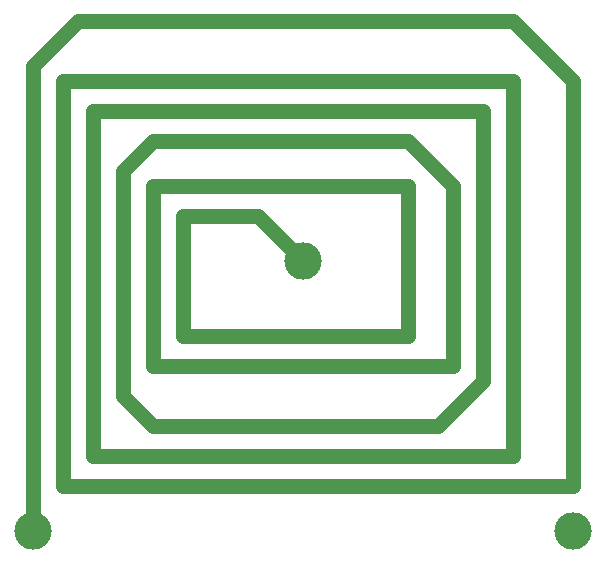
<source format=gbr>
%FSLAX23Y23*%
%MOIN*%
G04 EasyPC Gerber Version 14.0.2 Build 2922 *
%ADD17C,0.05000*%
%ADD14C,0.12500*%
X0Y0D02*
D02*
D14*
X103Y103D03*
X1002Y1002D03*
X1903Y103D03*
D02*
D17*
X103D02*
Y1653D01*
X253Y1803*
X1703*
X1903Y1603*
Y253*
X203*
Y1603*
X1703*
Y353*
X303*
Y1503*
X1603*
Y603*
X1453Y453*
X502*
X403Y553*
Y1303*
X502Y1403*
X1353*
X1503Y1252*
Y653*
X502*
Y1252*
X1353*
Y753*
X603*
Y1153*
X853*
X1002Y1002*
X0Y0D02*
M02*

</source>
